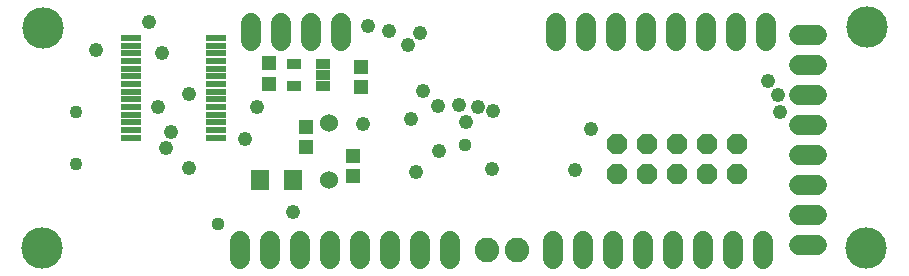
<source format=gbs>
G75*
G70*
%OFA0B0*%
%FSLAX24Y24*%
%IPPOS*%
%LPD*%
%AMOC8*
5,1,8,0,0,1.08239X$1,22.5*
%
%ADD10C,0.0680*%
%ADD11OC8,0.0680*%
%ADD12R,0.0474X0.0356*%
%ADD13R,0.0474X0.0513*%
%ADD14C,0.0600*%
%ADD15C,0.0434*%
%ADD16R,0.0671X0.0237*%
%ADD17R,0.0631X0.0710*%
%ADD18C,0.1380*%
%ADD19C,0.0820*%
%ADD20C,0.0490*%
%ADD21C,0.0440*%
D10*
X007920Y001182D02*
X007920Y001782D01*
X008920Y001782D02*
X008920Y001182D01*
X009920Y001182D02*
X009920Y001782D01*
X010920Y001782D02*
X010920Y001182D01*
X011920Y001182D02*
X011920Y001782D01*
X012920Y001782D02*
X012920Y001182D01*
X013920Y001182D02*
X013920Y001782D01*
X014920Y001782D02*
X014920Y001182D01*
X018353Y001182D02*
X018353Y001782D01*
X019353Y001782D02*
X019353Y001182D01*
X020353Y001182D02*
X020353Y001782D01*
X021353Y001782D02*
X021353Y001182D01*
X022353Y001182D02*
X022353Y001782D01*
X023353Y001782D02*
X023353Y001182D01*
X024353Y001182D02*
X024353Y001782D01*
X025353Y001782D02*
X025353Y001182D01*
X026553Y001643D02*
X027153Y001643D01*
X027153Y002643D02*
X026553Y002643D01*
X026553Y003643D02*
X027153Y003643D01*
X027153Y004643D02*
X026553Y004643D01*
X026553Y005643D02*
X027153Y005643D01*
X027153Y006643D02*
X026553Y006643D01*
X026553Y007643D02*
X027153Y007643D01*
X025457Y008441D02*
X025457Y009041D01*
X024457Y009041D02*
X024457Y008441D01*
X023457Y008441D02*
X023457Y009041D01*
X022457Y009041D02*
X022457Y008441D01*
X021457Y008441D02*
X021457Y009041D01*
X020457Y009041D02*
X020457Y008441D01*
X019457Y008441D02*
X019457Y009041D01*
X018457Y009041D02*
X018457Y008441D01*
X011308Y008459D02*
X011308Y009059D01*
X010308Y009059D02*
X010308Y008459D01*
X009308Y008459D02*
X009308Y009059D01*
X008308Y009059D02*
X008308Y008459D01*
X026553Y008643D02*
X027153Y008643D01*
D11*
X024492Y005027D03*
X023492Y005027D03*
X022492Y005027D03*
X021492Y005027D03*
X020492Y005027D03*
X020492Y004027D03*
X021492Y004027D03*
X022492Y004027D03*
X023492Y004027D03*
X024492Y004027D03*
D12*
X010681Y006953D03*
X009736Y006953D03*
X010681Y007327D03*
X010681Y007701D03*
X009736Y007701D03*
D13*
X008893Y007709D03*
X008893Y007039D03*
X011962Y006935D03*
X011962Y007605D03*
X010115Y005603D03*
X010115Y004934D03*
X011689Y004613D03*
X011689Y003944D03*
D14*
X010902Y003820D03*
X010902Y005720D03*
D15*
X002463Y006088D03*
X002463Y004356D03*
D16*
X004284Y005232D03*
X004284Y005488D03*
X004284Y005744D03*
X004284Y006000D03*
X004284Y006256D03*
X004284Y006512D03*
X004284Y006767D03*
X004284Y007023D03*
X004284Y007279D03*
X004284Y007535D03*
X004284Y007791D03*
X004284Y008047D03*
X004284Y008303D03*
X004284Y008559D03*
X007138Y008559D03*
X007138Y008303D03*
X007138Y008047D03*
X007138Y007791D03*
X007138Y007535D03*
X007138Y007279D03*
X007138Y007023D03*
X007138Y006767D03*
X007138Y006512D03*
X007138Y006256D03*
X007138Y006000D03*
X007138Y005744D03*
X007138Y005488D03*
X007138Y005232D03*
D17*
X008591Y003833D03*
X009693Y003833D03*
D18*
X001340Y001562D03*
X001361Y008901D03*
X028821Y008922D03*
X028801Y001562D03*
D19*
X017151Y001492D03*
X016151Y001492D03*
D20*
X009711Y002742D03*
X013781Y004082D03*
X014561Y004802D03*
X016341Y004179D03*
X019101Y004142D03*
X019621Y005522D03*
X016371Y006132D03*
X015861Y006242D03*
X015221Y006322D03*
X014531Y006292D03*
X014021Y006802D03*
X013621Y005842D03*
X012021Y005682D03*
X008501Y006242D03*
X006240Y006692D03*
X005201Y006242D03*
X005613Y005417D03*
X005466Y004877D03*
X006240Y004238D03*
X008101Y005202D03*
X015461Y005762D03*
X013541Y008322D03*
X013941Y008722D03*
X012901Y008802D03*
X012181Y008962D03*
X005317Y008041D03*
X003141Y008162D03*
X004880Y009098D03*
X025541Y007122D03*
X025861Y006642D03*
X025941Y006082D03*
D21*
X015416Y004977D03*
X007201Y002342D03*
M02*

</source>
